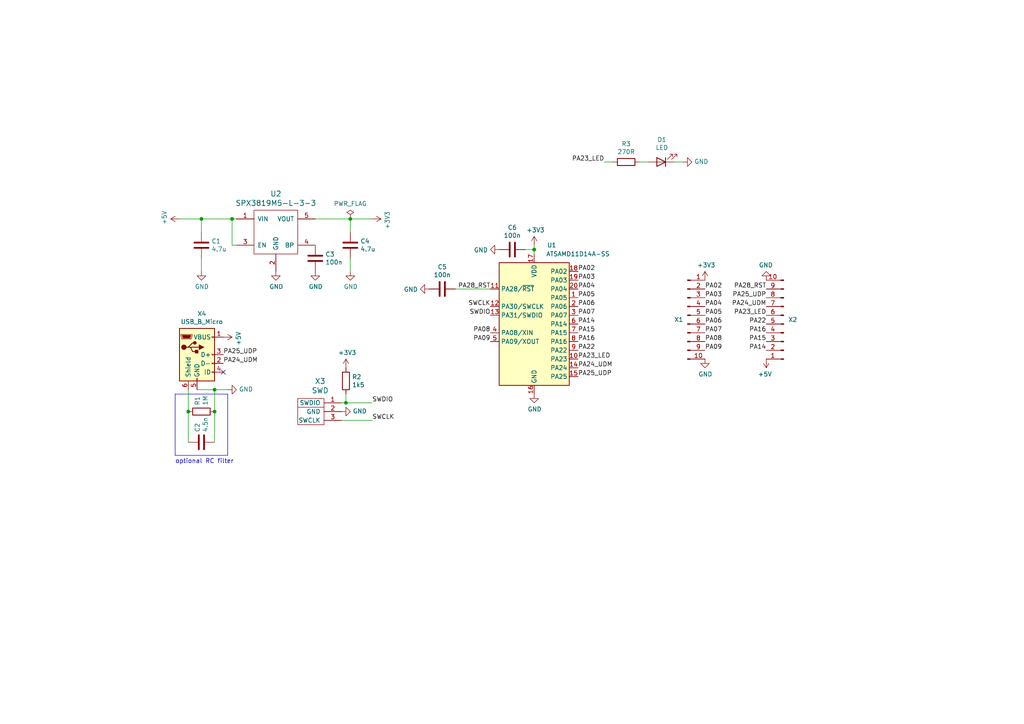
<source format=kicad_sch>
(kicad_sch (version 20220126) (generator eeschema)
  (paper "A4")
  (lib_symbols
    (symbol "Connector:Conn_01x10_Male" (pin_names (offset 1.016) hide)
      (property "Reference" "J" (at 0 12.7 0))
      (property "Value" "Conn_01x10_Male" (at 0 -15.24 0))
      (symbol "Conn_01x10_Male_1_1"
        (polyline (pts (xy 1.27 -12.7) (xy 0.8636 -12.7)) (stroke (width 0.1524)))
        (polyline (pts (xy 1.27 -10.16) (xy 0.8636 -10.16)) (stroke (width 0.1524)))
        (polyline (pts (xy 1.27 -7.62) (xy 0.8636 -7.62)) (stroke (width 0.1524)))
        (polyline (pts (xy 1.27 -5.08) (xy 0.8636 -5.08)) (stroke (width 0.1524)))
        (polyline (pts (xy 1.27 -2.54) (xy 0.8636 -2.54)) (stroke (width 0.1524)))
        (polyline (pts (xy 1.27 0) (xy 0.8636 0)) (stroke (width 0.1524)))
        (polyline (pts (xy 1.27 2.54) (xy 0.8636 2.54)) (stroke (width 0.1524)))
        (polyline (pts (xy 1.27 5.08) (xy 0.8636 5.08)) (stroke (width 0.1524)))
        (polyline (pts (xy 1.27 7.62) (xy 0.8636 7.62)) (stroke (width 0.1524)))
        (polyline (pts (xy 1.27 10.16) (xy 0.8636 10.16)) (stroke (width 0.1524)))
        (rectangle (start 0.8636 -12.573) (end 0 -12.827) (stroke (width 0.1524)) (fill (type outline)))
        (rectangle (start 0.8636 -10.033) (end 0 -10.287) (stroke (width 0.1524)) (fill (type outline)))
        (rectangle (start 0.8636 -7.493) (end 0 -7.747) (stroke (width 0.1524)) (fill (type outline)))
        (rectangle (start 0.8636 -4.953) (end 0 -5.207) (stroke (width 0.1524)) (fill (type outline)))
        (rectangle (start 0.8636 -2.413) (end 0 -2.667) (stroke (width 0.1524)) (fill (type outline)))
        (rectangle (start 0.8636 0.127) (end 0 -0.127) (stroke (width 0.1524)) (fill (type outline)))
        (rectangle (start 0.8636 2.667) (end 0 2.413) (stroke (width 0.1524)) (fill (type outline)))
        (rectangle (start 0.8636 5.207) (end 0 4.953) (stroke (width 0.1524)) (fill (type outline)))
        (rectangle (start 0.8636 7.747) (end 0 7.493) (stroke (width 0.1524)) (fill (type outline)))
        (rectangle (start 0.8636 10.287) (end 0 10.033) (stroke (width 0.1524)) (fill (type outline)))
        (pin passive line (at 5.08 10.16 180) (length 3.81) (name "Pin_1") (number "1"))
        (pin passive line (at 5.08 -12.7 180) (length 3.81) (name "Pin_10") (number "10"))
        (pin passive line (at 5.08 7.62 180) (length 3.81) (name "Pin_2") (number "2"))
        (pin passive line (at 5.08 5.08 180) (length 3.81) (name "Pin_3") (number "3"))
        (pin passive line (at 5.08 2.54 180) (length 3.81) (name "Pin_4") (number "4"))
        (pin passive line (at 5.08 0 180) (length 3.81) (name "Pin_5") (number "5"))
        (pin passive line (at 5.08 -2.54 180) (length 3.81) (name "Pin_6") (number "6"))
        (pin passive line (at 5.08 -5.08 180) (length 3.81) (name "Pin_7") (number "7"))
        (pin passive line (at 5.08 -7.62 180) (length 3.81) (name "Pin_8") (number "8"))
        (pin passive line (at 5.08 -10.16 180) (length 3.81) (name "Pin_9") (number "9"))
      )
    )
    (symbol "Connector:USB_B_Micro" (pin_names (offset 1.016))
      (property "Reference" "J" (at -5.08 11.43 0))
      (property "Value" "USB_B_Micro" (at -5.08 8.89 0))
      (symbol "USB_B_Micro_0_1"
        (rectangle (start -5.08 -7.62) (end 5.08 7.62) (stroke (width 0.254)) (fill (type background)))
        (circle (center -3.81 2.159) (radius 0.635) (stroke (width 0.254)) (fill (type outline)))
        (circle (center -0.635 3.429) (radius 0.381) (stroke (width 0.254)) (fill (type outline)))
        (rectangle (start -0.127 -7.62) (end 0.127 -6.858))
        (polyline (pts (xy -1.905 2.159) (xy 0.635 2.159)) (stroke (width 0.254)))
        (polyline (pts (xy -3.175 2.159) (xy -2.54 2.159) (xy -1.27 3.429) (xy -0.635 3.429)) (stroke (width 0.254)))
        (polyline (pts (xy -2.54 2.159) (xy -1.905 2.159) (xy -1.27 0.889) (xy 0 0.889)) (stroke (width 0.254)))
        (polyline (pts (xy 0.635 2.794) (xy 0.635 1.524) (xy 1.905 2.159) (xy 0.635 2.794)) (stroke (width 0.254)) (fill (type outline)))
        (polyline (pts (xy -4.318 5.588) (xy -1.778 5.588) (xy -2.032 4.826) (xy -4.064 4.826) (xy -4.318 5.588)) (fill (type outline)))
        (polyline (pts (xy -4.699 5.842) (xy -4.699 5.588) (xy -4.445 4.826) (xy -4.445 4.572) (xy -1.651 4.572) (xy -1.651 4.826) (xy -1.397 5.588) (xy -1.397 5.842) (xy -4.699 5.842)))
        (rectangle (start 0.254 1.27) (end -0.508 0.508) (stroke (width 0.254)) (fill (type outline)))
        (rectangle (start 5.08 -5.207) (end 4.318 -4.953))
        (rectangle (start 5.08 -2.667) (end 4.318 -2.413))
        (rectangle (start 5.08 -0.127) (end 4.318 0.127))
        (rectangle (start 5.08 4.953) (end 4.318 5.207))
      )
      (symbol "USB_B_Micro_1_1"
        (pin power_out line (at 7.62 5.08 180) (length 2.54) (name "VBUS") (number "1"))
        (pin bidirectional line (at 7.62 -2.54 180) (length 2.54) (name "D-") (number "2"))
        (pin bidirectional line (at 7.62 0 180) (length 2.54) (name "D+") (number "3"))
        (pin passive line (at 7.62 -5.08 180) (length 2.54) (name "ID") (number "4"))
        (pin power_out line (at 0 -10.16 90) (length 2.54) (name "GND") (number "5"))
        (pin passive line (at -2.54 -10.16 90) (length 2.54) (name "Shield") (number "6"))
      )
    )
    (symbol "Device:C" (pin_numbers hide) (pin_names (offset 0.254))
      (property "Reference" "C" (at 0.635 2.54 0))
      (property "Value" "C" (at 0.635 -2.54 0))
      (symbol "C_0_1"
        (polyline (pts (xy -2.032 -0.762) (xy 2.032 -0.762)) (stroke (width 0.508)))
        (polyline (pts (xy -2.032 0.762) (xy 2.032 0.762)) (stroke (width 0.508)))
      )
      (symbol "C_1_1"
        (pin passive line (at 0 3.81 270) (length 2.794) (name "~") (number "1"))
        (pin passive line (at 0 -3.81 90) (length 2.794) (name "~") (number "2"))
      )
    )
    (symbol "Device:LED" (pin_numbers hide) (pin_names (offset 1.016) hide)
      (property "Reference" "D" (at 0 2.54 0))
      (property "Value" "LED" (at 0 -2.54 0))
      (symbol "LED_0_1"
        (polyline (pts (xy -1.27 -1.27) (xy -1.27 1.27)) (stroke (width 0.254)))
        (polyline (pts (xy -1.27 0) (xy 1.27 0)))
        (polyline (pts (xy 1.27 -1.27) (xy 1.27 1.27) (xy -1.27 0) (xy 1.27 -1.27)) (stroke (width 0.254)))
        (polyline (pts (xy -3.048 -0.762) (xy -4.572 -2.286) (xy -3.81 -2.286) (xy -4.572 -2.286) (xy -4.572 -1.524)))
        (polyline (pts (xy -1.778 -0.762) (xy -3.302 -2.286) (xy -2.54 -2.286) (xy -3.302 -2.286) (xy -3.302 -1.524)))
      )
      (symbol "LED_1_1"
        (pin passive line (at -3.81 0 0) (length 2.54) (name "K") (number "1"))
        (pin passive line (at 3.81 0 180) (length 2.54) (name "A") (number "2"))
      )
    )
    (symbol "Device:R" (pin_numbers hide) (pin_names (offset 0))
      (property "Reference" "R" (at 2.032 0 90))
      (property "Value" "R" (at 0 0 90))
      (symbol "R_0_1"
        (rectangle (start -1.016 -2.54) (end 1.016 2.54) (stroke (width 0.254)))
      )
      (symbol "R_1_1"
        (pin passive line (at 0 3.81 270) (length 1.27) (name "~") (number "1"))
        (pin passive line (at 0 -3.81 90) (length 1.27) (name "~") (number "2"))
      )
    )
    (symbol "Drake:SPX3819" (pin_names (offset 1.016))
      (property "Reference" "U" (at 0 11.43 0))
      (property "Value" "SPX3819" (at 0 8.89 0))
      (symbol "SPX3819_0_1"
        (rectangle (start -6.35 6.35) (end 6.35 -6.35))
      )
      (symbol "SPX3819_1_1"
        (pin input line (at -11.43 3.81 0) (length 5.08) (name "VIN") (number "1"))
        (pin input line (at 0 -11.43 90) (length 5.08) (name "GND") (number "2"))
        (pin input line (at -11.43 -3.81 0) (length 5.08) (name "EN") (number "3"))
        (pin input line (at 11.43 -3.81 180) (length 5.08) (name "BP") (number "4"))
        (pin input line (at 11.43 3.81 180) (length 5.08) (name "VOUT") (number "5"))
      )
    )
    (symbol "Drake:SWD" (pin_names (offset 1.016))
      (property "Reference" "X" (at 0 6.35 0))
      (property "Value" "SWD" (at 0 -6.35 0))
      (symbol "SWD_0_1"
        (polyline (pts (xy 3.81 1.27) (xy -3.81 1.27)))
        (rectangle (start 3.81 3.81) (end -3.81 -3.81))
      )
      (symbol "SWD_1_1"
        (pin bidirectional line (at 8.89 2.54 180) (length 5.08) (name "SWDIO") (number "1"))
        (pin power_in line (at 8.89 0 180) (length 5.08) (name "GND") (number "2"))
        (pin bidirectional line (at 8.89 -2.54 180) (length 5.08) (name "SWCLK") (number "3"))
      )
    )
    (symbol "MCU_Microchip_SAMD:ATSAMD11D14A-SS"
      (property "Reference" "U" (at -10.16 19.05 0))
      (property "Value" "ATSAMD11D14A-SS" (at 1.27 19.05 0))
      (symbol "ATSAMD11D14A-SS_0_1"
        (rectangle (start -10.16 17.78) (end 10.16 -17.78) (stroke (width 0.254)) (fill (type background)))
      )
      (symbol "ATSAMD11D14A-SS_1_1"
        (pin bidirectional line (at 12.7 7.62 180) (length 2.54) (name "PA05") (number "1"))
        (pin bidirectional line (at 12.7 -10.16 180) (length 2.54) (name "PA23") (number "10"))
        (pin bidirectional line (at -12.7 10.16 0) (length 2.54) (name "PA28/~{RST}") (number "11"))
        (pin bidirectional line (at -12.7 5.08 0) (length 2.54) (name "PA30/SWCLK") (number "12"))
        (pin bidirectional line (at -12.7 2.54 0) (length 2.54) (name "PA31/SWDIO") (number "13"))
        (pin bidirectional line (at 12.7 -12.7 180) (length 2.54) (name "PA24") (number "14"))
        (pin bidirectional line (at 12.7 -15.24 180) (length 2.54) (name "PA25") (number "15"))
        (pin power_in line (at 0 -20.32 90) (length 2.54) (name "GND") (number "16"))
        (pin power_in line (at 0 20.32 270) (length 2.54) (name "VDD") (number "17"))
        (pin bidirectional line (at 12.7 15.24 180) (length 2.54) (name "PA02") (number "18"))
        (pin bidirectional line (at 12.7 12.7 180) (length 2.54) (name "PA03") (number "19"))
        (pin bidirectional line (at 12.7 5.08 180) (length 2.54) (name "PA06") (number "2"))
        (pin bidirectional line (at 12.7 10.16 180) (length 2.54) (name "PA04") (number "20"))
        (pin bidirectional line (at 12.7 2.54 180) (length 2.54) (name "PA07") (number "3"))
        (pin bidirectional line (at -12.7 -2.54 0) (length 2.54) (name "PA08/XIN") (number "4"))
        (pin bidirectional line (at -12.7 -5.08 0) (length 2.54) (name "PA09/XOUT") (number "5"))
        (pin bidirectional line (at 12.7 0 180) (length 2.54) (name "PA14") (number "6"))
        (pin bidirectional line (at 12.7 -2.54 180) (length 2.54) (name "PA15") (number "7"))
        (pin bidirectional line (at 12.7 -5.08 180) (length 2.54) (name "PA16") (number "8"))
        (pin bidirectional line (at 12.7 -7.62 180) (length 2.54) (name "PA22") (number "9"))
      )
    )
    (symbol "power:+3V3" (power) (pin_names (offset 0))
      (property "Value" "+3V3" (at 0 3.556 0))
      (symbol "+3V3_0_1"
        (polyline (pts (xy -0.762 1.27) (xy 0 2.54)))
        (polyline (pts (xy 0 0) (xy 0 2.54)))
        (polyline (pts (xy 0 2.54) (xy 0.762 1.27)))
      )
      (symbol "+3V3_1_1"
        (pin power_in line (at 0 0 90) (length 0) hide (name "+3V3") (number "1"))
      )
    )
    (symbol "power:+5V" (power) (pin_names (offset 0))
      (property "Value" "+5V" (at 0 3.556 0))
      (symbol "+5V_0_1"
        (polyline (pts (xy -0.762 1.27) (xy 0 2.54)))
        (polyline (pts (xy 0 0) (xy 0 2.54)))
        (polyline (pts (xy 0 2.54) (xy 0.762 1.27)))
      )
      (symbol "+5V_1_1"
        (pin power_in line (at 0 0 90) (length 0) hide (name "+5V") (number "1"))
      )
    )
    (symbol "power:GND" (power) (pin_names (offset 0))
      (property "Value" "GND" (at 0 -3.81 0))
      (symbol "GND_0_1"
        (polyline (pts (xy 0 0) (xy 0 -1.27) (xy 1.27 -1.27) (xy 0 -2.54) (xy -1.27 -1.27) (xy 0 -1.27)))
      )
      (symbol "GND_1_1"
        (pin power_in line (at 0 0 270) (length 0) hide (name "GND") (number "1"))
      )
    )
    (symbol "power:PWR_FLAG" (power) (pin_numbers hide) (pin_names (offset 0) hide)
      (property "Value" "PWR_FLAG" (at 0 3.81 0))
      (symbol "PWR_FLAG_0_0"
        (pin power_out line (at 0 0 90) (length 0) (name "pwr") (number "1"))
      )
      (symbol "PWR_FLAG_0_1"
        (polyline (pts (xy 0 0) (xy 0 1.27) (xy -1.016 1.905) (xy 0 2.54) (xy 1.016 1.905) (xy 0 1.27)))
      )
    )
  )
  (junction (at 67.31 63.5))
  (junction (at 62.23 113.03))
  (junction (at 62.23 119.38))
  (junction (at 100.33 116.84))
  (junction (at 101.6 63.5))
  (junction (at 154.94 72.39))
  (junction (at 58.42 63.5))
  (junction (at 54.61 119.38))
  (no_connect (at 64.77 107.95))
  (wire (pts (xy 101.6 63.5) (xy 107.95 63.5)))
  (wire (pts (xy 62.23 119.38) (xy 62.23 128.27)))
  (polyline (pts (xy 50.8 114.3) (xy 66.04 114.3)))
  (wire (pts (xy 154.94 72.39) (xy 152.4 72.39)))
  (polyline (pts (xy 50.8 132.08) (xy 50.8 114.3)))
  (wire (pts (xy 67.31 63.5) (xy 58.42 63.5)))
  (wire (pts (xy 99.06 121.92) (xy 107.95 121.92)))
  (polyline (pts (xy 66.04 114.3) (xy 66.04 132.08)))
  (wire (pts (xy 91.44 63.5) (xy 101.6 63.5)))
  (wire (pts (xy 154.94 71.12) (xy 154.94 72.39)))
  (wire (pts (xy 58.42 67.31) (xy 58.42 63.5)))
  (wire (pts (xy 62.23 113.03) (xy 66.04 113.03)))
  (wire (pts (xy 58.42 63.5) (xy 52.07 63.5)))
  (wire (pts (xy 195.58 46.99) (xy 198.12 46.99)))
  (wire (pts (xy 54.61 113.03) (xy 54.61 119.38)))
  (wire (pts (xy 132.08 83.82) (xy 142.24 83.82)))
  (wire (pts (xy 100.33 116.84) (xy 107.95 116.84)))
  (wire (pts (xy 101.6 74.93) (xy 101.6 78.74)))
  (wire (pts (xy 177.8 46.99) (xy 175.26 46.99)))
  (wire (pts (xy 100.33 116.84) (xy 99.06 116.84)))
  (wire (pts (xy 68.58 71.12) (xy 67.31 71.12)))
  (wire (pts (xy 57.15 113.03) (xy 62.23 113.03)))
  (wire (pts (xy 62.23 113.03) (xy 62.23 119.38)))
  (wire (pts (xy 154.94 72.39) (xy 154.94 73.66)))
  (wire (pts (xy 101.6 67.31) (xy 101.6 63.5)))
  (wire (pts (xy 100.33 114.3) (xy 100.33 116.84)))
  (wire (pts (xy 58.42 74.93) (xy 58.42 78.74)))
  (wire (pts (xy 54.61 119.38) (xy 54.61 128.27)))
  (wire (pts (xy 67.31 71.12) (xy 67.31 63.5)))
  (wire (pts (xy 68.58 63.5) (xy 67.31 63.5)))
  (wire (pts (xy 185.42 46.99) (xy 187.96 46.99)))
  (polyline (pts (xy 66.04 132.08) (xy 50.8 132.08)))
  (text "optional RC filter" (at 50.8 134.62 0) (effects (font (size 1.27 1.27)) (justify left bottom)))
  (label "PA15" (at 222.25 99.06 0))
  (label "PA24_UDM" (at 167.64 106.68 0))
  (label "PA25_UDP" (at 64.77 102.87 0))
  (label "PA24_UDM" (at 222.25 88.9 0))
  (label "PA25_UDP" (at 222.25 86.36 0))
  (label "PA16" (at 222.25 96.52 0))
  (label "PA03" (at 204.47 86.36 0))
  (label "PA28_RST" (at 222.25 83.82 0))
  (label "PA15" (at 167.64 96.52 0))
  (label "PA05" (at 167.64 86.36 0))
  (label "PA07" (at 204.47 96.52 0))
  (label "PA28_RST" (at 142.24 83.82 0))
  (label "PA25_UDP" (at 167.64 109.22 0))
  (label "PA22" (at 167.64 101.6 0))
  (label "PA02" (at 204.47 83.82 0))
  (label "PA04" (at 167.64 83.82 0))
  (label "PA23_LED" (at 175.26 46.99 0))
  (label "PA14" (at 167.64 93.98 0))
  (label "PA08" (at 204.47 99.06 0))
  (label "PA04" (at 204.47 88.9 0))
  (label "PA16" (at 167.64 99.06 0))
  (label "PA23_LED" (at 167.64 104.14 0))
  (label "PA07" (at 167.64 91.44 0))
  (label "PA09" (at 204.47 101.6 0))
  (label "PA22" (at 222.25 93.98 0))
  (label "SWDIO" (at 142.24 91.44 0))
  (label "PA24_UDM" (at 64.77 105.41 0))
  (label "PA05" (at 204.47 91.44 0))
  (label "PA06" (at 167.64 88.9 0))
  (label "PA08" (at 142.24 96.52 0))
  (label "PA03" (at 167.64 81.28 0))
  (label "SWDIO" (at 107.95 116.84 0))
  (label "SWCLK" (at 107.95 121.92 0))
  (label "PA06" (at 204.47 93.98 0))
  (label "PA02" (at 167.64 78.74 0))
  (label "SWCLK" (at 142.24 88.9 0))
  (label "PA14" (at 222.25 101.6 0))
  (label "PA09" (at 142.24 99.06 0))
  (label "PA23_LED" (at 222.25 91.44 0))
  (symbol (lib_id "MCU_Microchip_SAMD:ATSAMD11D14A-SS") (at 154.94 93.98 0) (unit 1)
    (property "Reference" "U1" (at 160.02 71.12 0))
    (property "Value" "ATSAMD11D14A-SS" (at 167.64 73.66 0))
    (property "Footprint" "Package_SO:SOIC-20W_7.5x12.8mm_P1.27mm" (effects hide))
    (property "Datasheet" "http://ww1.microchip.com/downloads/en/DeviceDoc/Atmel-42363-SAM-D11_Datasheet.pdf" (effects hide))
  )
  (symbol (lib_id "Drake:SWD") (at 90.17 119.38 0) (unit 1)
    (property "Reference" "X3" (at 92.8624 110.5662 0) (effects (font (size 1.524 1.524))))
    (property "Value" "SWD" (at 92.8624 113.2586 0) (effects (font (size 1.524 1.524))))
    (property "Footprint" "Drake:SWD" (effects hide))
  )
  (symbol (lib_id "Connector:Conn_01x10_Male") (at 199.39 91.44 0) (unit 1)
    (property "Reference" "X1" (at 196.85 92.71 0))
    (property "Value" "Conn_01x10_Male" (effects hide))
    (property "Footprint" "Connector_PinHeader_2.54mm:PinHeader_1x10_P2.54mm_Vertical" (effects hide))
  )
  (symbol (lib_id "Connector:Conn_01x10_Male") (at 227.33 93.98 180) (unit 1)
    (property "Reference" "X2" (at 228.6 92.71 0) (effects (justify right)))
    (property "Value" "Conn_01x10_Male" (effects hide))
    (property "Footprint" "Connector_PinHeader_2.54mm:PinHeader_1x10_P2.54mm_Vertical" (effects hide))
  )
  (symbol (lib_id "power:+5V") (at 222.25 104.14 180) (unit 1)
    (property "Reference" "#PWR0101" (effects hide))
    (property "Value" "+5V" (at 221.869 108.5342 0))
  )
  (symbol (lib_id "power:+3V3") (at 154.94 71.12 0) (unit 1)
    (property "Reference" "#PWR0102" (effects hide))
    (property "Value" "+3V3" (at 155.321 66.7258 0))
  )
  (symbol (lib_id "power:GND") (at 204.47 104.14 0) (unit 1)
    (property "Reference" "#PWR0103" (effects hide))
    (property "Value" "GND" (at 204.597 108.5342 0))
  )
  (symbol (lib_id "power:GND") (at 222.25 81.28 180) (unit 1)
    (property "Reference" "#PWR0104" (effects hide))
    (property "Value" "GND" (at 222.123 76.8858 0))
  )
  (symbol (lib_id "power:+3V3") (at 204.47 81.28 0) (unit 1)
    (property "Reference" "#PWR0105" (effects hide))
    (property "Value" "+3V3" (at 204.851 76.8858 0))
  )
  (symbol (lib_id "power:GND") (at 154.94 114.3 0) (unit 1)
    (property "Reference" "#PWR0106" (effects hide))
    (property "Value" "GND" (at 155.067 118.6942 0))
  )
  (symbol (lib_id "Device:C") (at 91.44 74.93 180) (unit 1)
    (property "Reference" "C3" (at 94.361 73.7616 0) (effects (justify right)))
    (property "Value" "100n" (at 94.361 76.073 0) (effects (justify right)))
    (property "Footprint" "Capacitor_SMD:C_0805_2012Metric_Pad1.18x1.45mm_HandSolder" (effects hide))
  )
  (symbol (lib_id "power:GND") (at 144.78 72.39 270) (unit 1)
    (property "Reference" "#PWR0107" (effects hide))
    (property "Value" "GND" (at 141.5288 72.517 90) (effects (justify right)))
  )
  (symbol (lib_id "Device:C") (at 128.27 83.82 270) (unit 1)
    (property "Reference" "C5" (at 128.27 77.4192 90))
    (property "Value" "100n" (at 128.27 79.7306 90))
    (property "Footprint" "Capacitor_SMD:C_0805_2012Metric_Pad1.18x1.45mm_HandSolder" (effects hide))
  )
  (symbol (lib_id "power:GND") (at 124.46 83.82 270) (unit 1)
    (property "Reference" "#PWR0108" (effects hide))
    (property "Value" "GND" (at 121.2088 83.947 90) (effects (justify right)))
  )
  (symbol (lib_id "Device:R") (at 100.33 110.49 0) (unit 1)
    (property "Reference" "R2" (at 102.108 109.3216 0) (effects (justify left)))
    (property "Value" "1k5" (at 102.108 111.633 0) (effects (justify left)))
    (property "Footprint" "Resistor_SMD:R_0805_2012Metric_Pad1.20x1.40mm_HandSolder" (effects hide))
  )
  (symbol (lib_id "power:GND") (at 99.06 119.38 90) (unit 1)
    (property "Reference" "#PWR0109" (effects hide))
    (property "Value" "GND" (at 102.3112 119.253 90) (effects (justify right)))
  )
  (symbol (lib_id "power:+3V3") (at 100.33 106.68 0) (unit 1)
    (property "Reference" "#PWR0110" (effects hide))
    (property "Value" "+3V3" (at 100.711 102.2858 0))
  )
  (symbol (lib_id "Drake:SPX3819") (at 80.01 67.31 0) (unit 1)
    (property "Reference" "U2" (at 80.01 56.2102 0) (effects (font (size 1.524 1.524))))
    (property "Value" "SPX3819M5-L-3-3" (at 80.01 58.9026 0) (effects (font (size 1.524 1.524))))
    (property "Footprint" "Package_TO_SOT_SMD:SOT-23-5_HandSoldering" (effects hide))
  )
  (symbol (lib_id "power:GND") (at 80.01 78.74 0) (unit 1)
    (property "Reference" "#PWR0111" (effects hide))
    (property "Value" "GND" (at 80.137 83.1342 0))
  )
  (symbol (lib_id "power:GND") (at 91.44 78.74 0) (unit 1)
    (property "Reference" "#PWR0112" (effects hide))
    (property "Value" "GND" (at 91.567 83.1342 0))
  )
  (symbol (lib_id "Device:C") (at 148.59 72.39 270) (unit 1)
    (property "Reference" "C6" (at 148.59 65.9892 90))
    (property "Value" "100n" (at 148.59 68.3006 90))
    (property "Footprint" "Capacitor_SMD:C_0805_2012Metric_Pad1.18x1.45mm_HandSolder" (effects hide))
  )
  (symbol (lib_id "Device:C") (at 101.6 71.12 180) (unit 1)
    (property "Reference" "C4" (at 104.521 69.9516 0) (effects (justify right)))
    (property "Value" "4.7u" (at 104.521 72.263 0) (effects (justify right)))
    (property "Footprint" "Capacitor_SMD:C_0805_2012Metric_Pad1.18x1.45mm_HandSolder" (effects hide))
  )
  (symbol (lib_id "power:GND") (at 101.6 78.74 0) (unit 1)
    (property "Reference" "#PWR0113" (effects hide))
    (property "Value" "GND" (at 101.727 83.1342 0))
  )
  (symbol (lib_id "Device:C") (at 58.42 71.12 180) (unit 1)
    (property "Reference" "C1" (at 61.341 69.9516 0) (effects (justify right)))
    (property "Value" "4.7u" (at 61.341 72.263 0) (effects (justify right)))
    (property "Footprint" "Capacitor_SMD:C_0805_2012Metric_Pad1.18x1.45mm_HandSolder" (effects hide))
  )
  (symbol (lib_id "power:GND") (at 58.42 78.74 0) (unit 1)
    (property "Reference" "#PWR0114" (effects hide))
    (property "Value" "GND" (at 58.547 83.1342 0))
  )
  (symbol (lib_id "power:+5V") (at 52.07 63.5 90) (unit 1)
    (property "Reference" "#PWR0115" (effects hide))
    (property "Value" "+5V" (at 47.6758 63.119 0))
  )
  (symbol (lib_id "power:+3V3") (at 107.95 63.5 270) (unit 1)
    (property "Reference" "#PWR0116" (effects hide))
    (property "Value" "+3V3" (at 112.3442 63.881 0))
  )
  (symbol (lib_id "Device:LED") (at 191.77 46.99 180) (unit 1)
    (property "Reference" "D1" (at 191.9732 40.513 0))
    (property "Value" "LED" (at 191.9732 42.8244 0))
    (property "Footprint" "LED_SMD:LED_0805_2012Metric_Pad1.15x1.40mm_HandSolder" (effects hide))
  )
  (symbol (lib_id "Device:R") (at 181.61 46.99 270) (unit 1)
    (property "Reference" "R3" (at 181.61 41.7322 90))
    (property "Value" "270R" (at 181.61 44.0436 90))
    (property "Footprint" "Resistor_SMD:R_0805_2012Metric_Pad1.20x1.40mm_HandSolder" (effects hide))
  )
  (symbol (lib_id "power:GND") (at 198.12 46.99 90) (unit 1)
    (property "Reference" "#PWR0117" (effects hide))
    (property "Value" "GND" (at 201.3712 46.863 90) (effects (justify right)))
  )
  (symbol (lib_id "Connector:USB_B_Micro") (at 57.15 102.87 0) (unit 1)
    (property "Reference" "X4" (at 58.547 91.0082 0))
    (property "Value" "USB_B_Micro" (at 58.547 93.3196 0))
    (property "Footprint" "Drake:conn_usb_B_micro_smd-2" (effects hide))
  )
  (symbol (lib_id "Device:C") (at 58.42 128.27 90) (unit 1)
    (property "Reference" "C2" (at 57.2516 125.349 0) (effects (justify left)))
    (property "Value" "4.5n" (at 59.563 125.349 0) (effects (justify left)))
    (property "Footprint" "Capacitor_SMD:C_0805_2012Metric_Pad1.18x1.45mm_HandSolder" (effects hide))
  )
  (symbol (lib_id "Device:R") (at 58.42 119.38 90) (unit 1)
    (property "Reference" "R1" (at 57.2516 117.602 0) (effects (justify left)))
    (property "Value" "1M" (at 59.563 117.602 0) (effects (justify left)))
    (property "Footprint" "Resistor_SMD:R_0805_2012Metric_Pad1.20x1.40mm_HandSolder" (effects hide))
  )
  (symbol (lib_id "power:GND") (at 66.04 113.03 90) (unit 1)
    (property "Reference" "#PWR0118" (effects hide))
    (property "Value" "GND" (at 69.2912 112.903 90) (effects (justify right)))
  )
  (symbol (lib_id "power:+5V") (at 64.77 97.79 270) (unit 1)
    (property "Reference" "#PWR0119" (effects hide))
    (property "Value" "+5V" (at 69.1642 98.171 0))
  )
  (symbol (lib_id "power:PWR_FLAG") (at 101.6 63.5 0) (unit 1)
    (property "Reference" "#FLG0101" (effects hide))
    (property "Value" "PWR_FLAG" (at 101.6 59.0804 0))
  )
)
</source>
